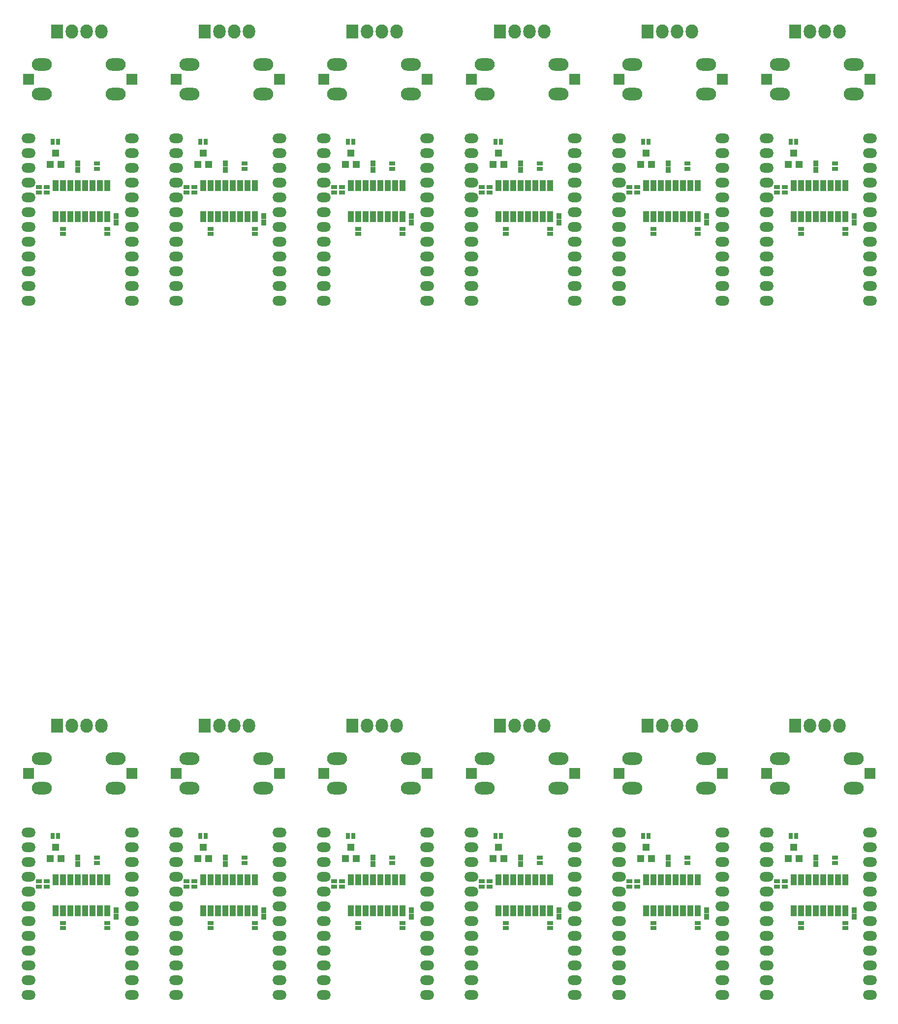
<source format=gbs>
G04 #@! TF.FileFunction,Soldermask,Bot*
%FSLAX46Y46*%
G04 Gerber Fmt 4.6, Leading zero omitted, Abs format (unit mm)*
G04 Created by KiCad (PCBNEW 4.0.1-stable) date 10/3/2016 4:29:35 PM*
%MOMM*%
G01*
G04 APERTURE LIST*
%ADD10C,0.100000*%
%ADD11O,3.448000X2.127200*%
%ADD12R,0.900000X1.000000*%
%ADD13R,1.000000X0.800000*%
%ADD14R,1.000000X1.900000*%
%ADD15R,0.800000X1.000000*%
%ADD16R,1.200100X1.200100*%
%ADD17R,2.127200X2.432000*%
%ADD18O,2.127200X2.432000*%
%ADD19O,2.400000X1.670000*%
%ADD20R,1.900000X1.900000*%
G04 APERTURE END LIST*
D10*
D11*
X129895600Y-26238200D03*
X129895600Y-31318200D03*
X142595600Y-26238200D03*
X142595600Y-31318200D03*
D12*
X136067800Y-44365000D03*
X136067800Y-43265000D03*
D13*
X139319000Y-44163400D03*
X139319000Y-43263400D03*
D14*
X132257800Y-47007800D03*
X133527800Y-47007800D03*
X134797800Y-47007800D03*
X136067800Y-47007800D03*
X137337800Y-47007800D03*
X138607800Y-47007800D03*
X139877800Y-47007800D03*
X141147800Y-47007800D03*
X141147800Y-52407800D03*
X139877800Y-52407800D03*
X138607800Y-52407800D03*
X137337800Y-52407800D03*
X136067800Y-52407800D03*
X134797800Y-52407800D03*
X133527800Y-52407800D03*
X132257800Y-52407800D03*
D13*
X141147800Y-54464800D03*
X141147800Y-55364800D03*
X133553200Y-54464800D03*
X133553200Y-55364800D03*
D15*
X132657000Y-39497000D03*
X131757000Y-39497000D03*
D16*
X133207800Y-43418760D03*
X131307800Y-43418760D03*
X132257800Y-41419780D03*
D17*
X132486400Y-20548600D03*
D18*
X135026400Y-20548600D03*
X137566400Y-20548600D03*
X140106400Y-20548600D03*
D12*
X142621000Y-53382000D03*
X142621000Y-52282000D03*
D13*
X130733800Y-48227400D03*
X130733800Y-47327400D03*
X129336800Y-48227400D03*
X129336800Y-47327400D03*
D19*
X145338800Y-38887400D03*
X127558800Y-38887400D03*
X145338800Y-41427400D03*
X127558800Y-41427400D03*
X145338800Y-43967400D03*
X127558800Y-43967400D03*
X145338800Y-46507400D03*
X127558800Y-46507400D03*
X145338800Y-49047400D03*
X127558800Y-49047400D03*
X145338800Y-51587400D03*
X127558800Y-51587400D03*
X145338800Y-54127400D03*
X127558800Y-54127400D03*
X145338800Y-56667400D03*
X127558800Y-56667400D03*
X145338800Y-59207400D03*
X127558800Y-59207400D03*
X145338800Y-61747400D03*
X127558800Y-61747400D03*
X145338800Y-64287400D03*
X127558800Y-64287400D03*
X145338800Y-66827400D03*
X127558800Y-66827400D03*
D20*
X127558800Y-28727400D03*
X145338800Y-28727400D03*
D11*
X155295600Y-26238200D03*
X155295600Y-31318200D03*
X167995600Y-26238200D03*
X167995600Y-31318200D03*
D12*
X161467800Y-44365000D03*
X161467800Y-43265000D03*
D13*
X164719000Y-44163400D03*
X164719000Y-43263400D03*
D14*
X157657800Y-47007800D03*
X158927800Y-47007800D03*
X160197800Y-47007800D03*
X161467800Y-47007800D03*
X162737800Y-47007800D03*
X164007800Y-47007800D03*
X165277800Y-47007800D03*
X166547800Y-47007800D03*
X166547800Y-52407800D03*
X165277800Y-52407800D03*
X164007800Y-52407800D03*
X162737800Y-52407800D03*
X161467800Y-52407800D03*
X160197800Y-52407800D03*
X158927800Y-52407800D03*
X157657800Y-52407800D03*
D13*
X166547800Y-54464800D03*
X166547800Y-55364800D03*
X158953200Y-54464800D03*
X158953200Y-55364800D03*
D15*
X158057000Y-39497000D03*
X157157000Y-39497000D03*
D16*
X158607800Y-43418760D03*
X156707800Y-43418760D03*
X157657800Y-41419780D03*
D17*
X157886400Y-20548600D03*
D18*
X160426400Y-20548600D03*
X162966400Y-20548600D03*
X165506400Y-20548600D03*
D12*
X168021000Y-53382000D03*
X168021000Y-52282000D03*
D13*
X156133800Y-48227400D03*
X156133800Y-47327400D03*
X154736800Y-48227400D03*
X154736800Y-47327400D03*
D19*
X170738800Y-38887400D03*
X152958800Y-38887400D03*
X170738800Y-41427400D03*
X152958800Y-41427400D03*
X170738800Y-43967400D03*
X152958800Y-43967400D03*
X170738800Y-46507400D03*
X152958800Y-46507400D03*
X170738800Y-49047400D03*
X152958800Y-49047400D03*
X170738800Y-51587400D03*
X152958800Y-51587400D03*
X170738800Y-54127400D03*
X152958800Y-54127400D03*
X170738800Y-56667400D03*
X152958800Y-56667400D03*
X170738800Y-59207400D03*
X152958800Y-59207400D03*
X170738800Y-61747400D03*
X152958800Y-61747400D03*
X170738800Y-64287400D03*
X152958800Y-64287400D03*
X170738800Y-66827400D03*
X152958800Y-66827400D03*
D20*
X152958800Y-28727400D03*
X170738800Y-28727400D03*
X170738800Y-148107400D03*
X152958800Y-148107400D03*
D19*
X170738800Y-158267400D03*
X152958800Y-158267400D03*
X170738800Y-160807400D03*
X152958800Y-160807400D03*
X170738800Y-163347400D03*
X152958800Y-163347400D03*
X170738800Y-165887400D03*
X152958800Y-165887400D03*
X170738800Y-168427400D03*
X152958800Y-168427400D03*
X170738800Y-170967400D03*
X152958800Y-170967400D03*
X170738800Y-173507400D03*
X152958800Y-173507400D03*
X170738800Y-176047400D03*
X152958800Y-176047400D03*
X170738800Y-178587400D03*
X152958800Y-178587400D03*
X170738800Y-181127400D03*
X152958800Y-181127400D03*
X170738800Y-183667400D03*
X152958800Y-183667400D03*
X170738800Y-186207400D03*
X152958800Y-186207400D03*
D13*
X154736800Y-167607400D03*
X154736800Y-166707400D03*
X156133800Y-167607400D03*
X156133800Y-166707400D03*
D12*
X168021000Y-172762000D03*
X168021000Y-171662000D03*
D17*
X157886400Y-139928600D03*
D18*
X160426400Y-139928600D03*
X162966400Y-139928600D03*
X165506400Y-139928600D03*
D16*
X158607800Y-162798760D03*
X156707800Y-162798760D03*
X157657800Y-160799780D03*
D15*
X158057000Y-158877000D03*
X157157000Y-158877000D03*
D13*
X158953200Y-173844800D03*
X158953200Y-174744800D03*
X166547800Y-173844800D03*
X166547800Y-174744800D03*
D14*
X157657800Y-166387800D03*
X158927800Y-166387800D03*
X160197800Y-166387800D03*
X161467800Y-166387800D03*
X162737800Y-166387800D03*
X164007800Y-166387800D03*
X165277800Y-166387800D03*
X166547800Y-166387800D03*
X166547800Y-171787800D03*
X165277800Y-171787800D03*
X164007800Y-171787800D03*
X162737800Y-171787800D03*
X161467800Y-171787800D03*
X160197800Y-171787800D03*
X158927800Y-171787800D03*
X157657800Y-171787800D03*
D13*
X164719000Y-163543400D03*
X164719000Y-162643400D03*
D12*
X161467800Y-163745000D03*
X161467800Y-162645000D03*
D11*
X155295600Y-145618200D03*
X155295600Y-150698200D03*
X167995600Y-145618200D03*
X167995600Y-150698200D03*
D20*
X145338800Y-148107400D03*
X127558800Y-148107400D03*
D19*
X145338800Y-158267400D03*
X127558800Y-158267400D03*
X145338800Y-160807400D03*
X127558800Y-160807400D03*
X145338800Y-163347400D03*
X127558800Y-163347400D03*
X145338800Y-165887400D03*
X127558800Y-165887400D03*
X145338800Y-168427400D03*
X127558800Y-168427400D03*
X145338800Y-170967400D03*
X127558800Y-170967400D03*
X145338800Y-173507400D03*
X127558800Y-173507400D03*
X145338800Y-176047400D03*
X127558800Y-176047400D03*
X145338800Y-178587400D03*
X127558800Y-178587400D03*
X145338800Y-181127400D03*
X127558800Y-181127400D03*
X145338800Y-183667400D03*
X127558800Y-183667400D03*
X145338800Y-186207400D03*
X127558800Y-186207400D03*
D13*
X129336800Y-167607400D03*
X129336800Y-166707400D03*
X130733800Y-167607400D03*
X130733800Y-166707400D03*
D12*
X142621000Y-172762000D03*
X142621000Y-171662000D03*
D17*
X132486400Y-139928600D03*
D18*
X135026400Y-139928600D03*
X137566400Y-139928600D03*
X140106400Y-139928600D03*
D16*
X133207800Y-162798760D03*
X131307800Y-162798760D03*
X132257800Y-160799780D03*
D15*
X132657000Y-158877000D03*
X131757000Y-158877000D03*
D13*
X133553200Y-173844800D03*
X133553200Y-174744800D03*
X141147800Y-173844800D03*
X141147800Y-174744800D03*
D14*
X132257800Y-166387800D03*
X133527800Y-166387800D03*
X134797800Y-166387800D03*
X136067800Y-166387800D03*
X137337800Y-166387800D03*
X138607800Y-166387800D03*
X139877800Y-166387800D03*
X141147800Y-166387800D03*
X141147800Y-171787800D03*
X139877800Y-171787800D03*
X138607800Y-171787800D03*
X137337800Y-171787800D03*
X136067800Y-171787800D03*
X134797800Y-171787800D03*
X133527800Y-171787800D03*
X132257800Y-171787800D03*
D13*
X139319000Y-163543400D03*
X139319000Y-162643400D03*
D12*
X136067800Y-163745000D03*
X136067800Y-162645000D03*
D11*
X129895600Y-145618200D03*
X129895600Y-150698200D03*
X142595600Y-145618200D03*
X142595600Y-150698200D03*
D20*
X43738800Y-148107400D03*
X25958800Y-148107400D03*
D19*
X43738800Y-158267400D03*
X25958800Y-158267400D03*
X43738800Y-160807400D03*
X25958800Y-160807400D03*
X43738800Y-163347400D03*
X25958800Y-163347400D03*
X43738800Y-165887400D03*
X25958800Y-165887400D03*
X43738800Y-168427400D03*
X25958800Y-168427400D03*
X43738800Y-170967400D03*
X25958800Y-170967400D03*
X43738800Y-173507400D03*
X25958800Y-173507400D03*
X43738800Y-176047400D03*
X25958800Y-176047400D03*
X43738800Y-178587400D03*
X25958800Y-178587400D03*
X43738800Y-181127400D03*
X25958800Y-181127400D03*
X43738800Y-183667400D03*
X25958800Y-183667400D03*
X43738800Y-186207400D03*
X25958800Y-186207400D03*
D13*
X27736800Y-167607400D03*
X27736800Y-166707400D03*
X29133800Y-167607400D03*
X29133800Y-166707400D03*
D12*
X41021000Y-172762000D03*
X41021000Y-171662000D03*
D17*
X30886400Y-139928600D03*
D18*
X33426400Y-139928600D03*
X35966400Y-139928600D03*
X38506400Y-139928600D03*
D16*
X31607800Y-162798760D03*
X29707800Y-162798760D03*
X30657800Y-160799780D03*
D15*
X31057000Y-158877000D03*
X30157000Y-158877000D03*
D13*
X31953200Y-173844800D03*
X31953200Y-174744800D03*
X39547800Y-173844800D03*
X39547800Y-174744800D03*
D14*
X30657800Y-166387800D03*
X31927800Y-166387800D03*
X33197800Y-166387800D03*
X34467800Y-166387800D03*
X35737800Y-166387800D03*
X37007800Y-166387800D03*
X38277800Y-166387800D03*
X39547800Y-166387800D03*
X39547800Y-171787800D03*
X38277800Y-171787800D03*
X37007800Y-171787800D03*
X35737800Y-171787800D03*
X34467800Y-171787800D03*
X33197800Y-171787800D03*
X31927800Y-171787800D03*
X30657800Y-171787800D03*
D13*
X37719000Y-163543400D03*
X37719000Y-162643400D03*
D12*
X34467800Y-163745000D03*
X34467800Y-162645000D03*
D11*
X28295600Y-145618200D03*
X28295600Y-150698200D03*
X40995600Y-145618200D03*
X40995600Y-150698200D03*
X53695600Y-145618200D03*
X53695600Y-150698200D03*
X66395600Y-145618200D03*
X66395600Y-150698200D03*
D12*
X59867800Y-163745000D03*
X59867800Y-162645000D03*
D13*
X63119000Y-163543400D03*
X63119000Y-162643400D03*
D14*
X56057800Y-166387800D03*
X57327800Y-166387800D03*
X58597800Y-166387800D03*
X59867800Y-166387800D03*
X61137800Y-166387800D03*
X62407800Y-166387800D03*
X63677800Y-166387800D03*
X64947800Y-166387800D03*
X64947800Y-171787800D03*
X63677800Y-171787800D03*
X62407800Y-171787800D03*
X61137800Y-171787800D03*
X59867800Y-171787800D03*
X58597800Y-171787800D03*
X57327800Y-171787800D03*
X56057800Y-171787800D03*
D13*
X64947800Y-173844800D03*
X64947800Y-174744800D03*
X57353200Y-173844800D03*
X57353200Y-174744800D03*
D15*
X56457000Y-158877000D03*
X55557000Y-158877000D03*
D16*
X57007800Y-162798760D03*
X55107800Y-162798760D03*
X56057800Y-160799780D03*
D17*
X56286400Y-139928600D03*
D18*
X58826400Y-139928600D03*
X61366400Y-139928600D03*
X63906400Y-139928600D03*
D12*
X66421000Y-172762000D03*
X66421000Y-171662000D03*
D13*
X54533800Y-167607400D03*
X54533800Y-166707400D03*
X53136800Y-167607400D03*
X53136800Y-166707400D03*
D19*
X69138800Y-158267400D03*
X51358800Y-158267400D03*
X69138800Y-160807400D03*
X51358800Y-160807400D03*
X69138800Y-163347400D03*
X51358800Y-163347400D03*
X69138800Y-165887400D03*
X51358800Y-165887400D03*
X69138800Y-168427400D03*
X51358800Y-168427400D03*
X69138800Y-170967400D03*
X51358800Y-170967400D03*
X69138800Y-173507400D03*
X51358800Y-173507400D03*
X69138800Y-176047400D03*
X51358800Y-176047400D03*
X69138800Y-178587400D03*
X51358800Y-178587400D03*
X69138800Y-181127400D03*
X51358800Y-181127400D03*
X69138800Y-183667400D03*
X51358800Y-183667400D03*
X69138800Y-186207400D03*
X51358800Y-186207400D03*
D20*
X51358800Y-148107400D03*
X69138800Y-148107400D03*
X119938800Y-148107400D03*
X102158800Y-148107400D03*
D19*
X119938800Y-158267400D03*
X102158800Y-158267400D03*
X119938800Y-160807400D03*
X102158800Y-160807400D03*
X119938800Y-163347400D03*
X102158800Y-163347400D03*
X119938800Y-165887400D03*
X102158800Y-165887400D03*
X119938800Y-168427400D03*
X102158800Y-168427400D03*
X119938800Y-170967400D03*
X102158800Y-170967400D03*
X119938800Y-173507400D03*
X102158800Y-173507400D03*
X119938800Y-176047400D03*
X102158800Y-176047400D03*
X119938800Y-178587400D03*
X102158800Y-178587400D03*
X119938800Y-181127400D03*
X102158800Y-181127400D03*
X119938800Y-183667400D03*
X102158800Y-183667400D03*
X119938800Y-186207400D03*
X102158800Y-186207400D03*
D13*
X103936800Y-167607400D03*
X103936800Y-166707400D03*
X105333800Y-167607400D03*
X105333800Y-166707400D03*
D12*
X117221000Y-172762000D03*
X117221000Y-171662000D03*
D17*
X107086400Y-139928600D03*
D18*
X109626400Y-139928600D03*
X112166400Y-139928600D03*
X114706400Y-139928600D03*
D16*
X107807800Y-162798760D03*
X105907800Y-162798760D03*
X106857800Y-160799780D03*
D15*
X107257000Y-158877000D03*
X106357000Y-158877000D03*
D13*
X108153200Y-173844800D03*
X108153200Y-174744800D03*
X115747800Y-173844800D03*
X115747800Y-174744800D03*
D14*
X106857800Y-166387800D03*
X108127800Y-166387800D03*
X109397800Y-166387800D03*
X110667800Y-166387800D03*
X111937800Y-166387800D03*
X113207800Y-166387800D03*
X114477800Y-166387800D03*
X115747800Y-166387800D03*
X115747800Y-171787800D03*
X114477800Y-171787800D03*
X113207800Y-171787800D03*
X111937800Y-171787800D03*
X110667800Y-171787800D03*
X109397800Y-171787800D03*
X108127800Y-171787800D03*
X106857800Y-171787800D03*
D13*
X113919000Y-163543400D03*
X113919000Y-162643400D03*
D12*
X110667800Y-163745000D03*
X110667800Y-162645000D03*
D11*
X104495600Y-145618200D03*
X104495600Y-150698200D03*
X117195600Y-145618200D03*
X117195600Y-150698200D03*
X79095600Y-145618200D03*
X79095600Y-150698200D03*
X91795600Y-145618200D03*
X91795600Y-150698200D03*
D12*
X85267800Y-163745000D03*
X85267800Y-162645000D03*
D13*
X88519000Y-163543400D03*
X88519000Y-162643400D03*
D14*
X81457800Y-166387800D03*
X82727800Y-166387800D03*
X83997800Y-166387800D03*
X85267800Y-166387800D03*
X86537800Y-166387800D03*
X87807800Y-166387800D03*
X89077800Y-166387800D03*
X90347800Y-166387800D03*
X90347800Y-171787800D03*
X89077800Y-171787800D03*
X87807800Y-171787800D03*
X86537800Y-171787800D03*
X85267800Y-171787800D03*
X83997800Y-171787800D03*
X82727800Y-171787800D03*
X81457800Y-171787800D03*
D13*
X90347800Y-173844800D03*
X90347800Y-174744800D03*
X82753200Y-173844800D03*
X82753200Y-174744800D03*
D15*
X81857000Y-158877000D03*
X80957000Y-158877000D03*
D16*
X82407800Y-162798760D03*
X80507800Y-162798760D03*
X81457800Y-160799780D03*
D17*
X81686400Y-139928600D03*
D18*
X84226400Y-139928600D03*
X86766400Y-139928600D03*
X89306400Y-139928600D03*
D12*
X91821000Y-172762000D03*
X91821000Y-171662000D03*
D13*
X79933800Y-167607400D03*
X79933800Y-166707400D03*
X78536800Y-167607400D03*
X78536800Y-166707400D03*
D19*
X94538800Y-158267400D03*
X76758800Y-158267400D03*
X94538800Y-160807400D03*
X76758800Y-160807400D03*
X94538800Y-163347400D03*
X76758800Y-163347400D03*
X94538800Y-165887400D03*
X76758800Y-165887400D03*
X94538800Y-168427400D03*
X76758800Y-168427400D03*
X94538800Y-170967400D03*
X76758800Y-170967400D03*
X94538800Y-173507400D03*
X76758800Y-173507400D03*
X94538800Y-176047400D03*
X76758800Y-176047400D03*
X94538800Y-178587400D03*
X76758800Y-178587400D03*
X94538800Y-181127400D03*
X76758800Y-181127400D03*
X94538800Y-183667400D03*
X76758800Y-183667400D03*
X94538800Y-186207400D03*
X76758800Y-186207400D03*
D20*
X76758800Y-148107400D03*
X94538800Y-148107400D03*
X94538800Y-28727400D03*
X76758800Y-28727400D03*
D19*
X94538800Y-38887400D03*
X76758800Y-38887400D03*
X94538800Y-41427400D03*
X76758800Y-41427400D03*
X94538800Y-43967400D03*
X76758800Y-43967400D03*
X94538800Y-46507400D03*
X76758800Y-46507400D03*
X94538800Y-49047400D03*
X76758800Y-49047400D03*
X94538800Y-51587400D03*
X76758800Y-51587400D03*
X94538800Y-54127400D03*
X76758800Y-54127400D03*
X94538800Y-56667400D03*
X76758800Y-56667400D03*
X94538800Y-59207400D03*
X76758800Y-59207400D03*
X94538800Y-61747400D03*
X76758800Y-61747400D03*
X94538800Y-64287400D03*
X76758800Y-64287400D03*
X94538800Y-66827400D03*
X76758800Y-66827400D03*
D13*
X78536800Y-48227400D03*
X78536800Y-47327400D03*
X79933800Y-48227400D03*
X79933800Y-47327400D03*
D12*
X91821000Y-53382000D03*
X91821000Y-52282000D03*
D17*
X81686400Y-20548600D03*
D18*
X84226400Y-20548600D03*
X86766400Y-20548600D03*
X89306400Y-20548600D03*
D16*
X82407800Y-43418760D03*
X80507800Y-43418760D03*
X81457800Y-41419780D03*
D15*
X81857000Y-39497000D03*
X80957000Y-39497000D03*
D13*
X82753200Y-54464800D03*
X82753200Y-55364800D03*
X90347800Y-54464800D03*
X90347800Y-55364800D03*
D14*
X81457800Y-47007800D03*
X82727800Y-47007800D03*
X83997800Y-47007800D03*
X85267800Y-47007800D03*
X86537800Y-47007800D03*
X87807800Y-47007800D03*
X89077800Y-47007800D03*
X90347800Y-47007800D03*
X90347800Y-52407800D03*
X89077800Y-52407800D03*
X87807800Y-52407800D03*
X86537800Y-52407800D03*
X85267800Y-52407800D03*
X83997800Y-52407800D03*
X82727800Y-52407800D03*
X81457800Y-52407800D03*
D13*
X88519000Y-44163400D03*
X88519000Y-43263400D03*
D12*
X85267800Y-44365000D03*
X85267800Y-43265000D03*
D11*
X79095600Y-26238200D03*
X79095600Y-31318200D03*
X91795600Y-26238200D03*
X91795600Y-31318200D03*
X104495600Y-26238200D03*
X104495600Y-31318200D03*
X117195600Y-26238200D03*
X117195600Y-31318200D03*
D12*
X110667800Y-44365000D03*
X110667800Y-43265000D03*
D13*
X113919000Y-44163400D03*
X113919000Y-43263400D03*
D14*
X106857800Y-47007800D03*
X108127800Y-47007800D03*
X109397800Y-47007800D03*
X110667800Y-47007800D03*
X111937800Y-47007800D03*
X113207800Y-47007800D03*
X114477800Y-47007800D03*
X115747800Y-47007800D03*
X115747800Y-52407800D03*
X114477800Y-52407800D03*
X113207800Y-52407800D03*
X111937800Y-52407800D03*
X110667800Y-52407800D03*
X109397800Y-52407800D03*
X108127800Y-52407800D03*
X106857800Y-52407800D03*
D13*
X115747800Y-54464800D03*
X115747800Y-55364800D03*
X108153200Y-54464800D03*
X108153200Y-55364800D03*
D15*
X107257000Y-39497000D03*
X106357000Y-39497000D03*
D16*
X107807800Y-43418760D03*
X105907800Y-43418760D03*
X106857800Y-41419780D03*
D17*
X107086400Y-20548600D03*
D18*
X109626400Y-20548600D03*
X112166400Y-20548600D03*
X114706400Y-20548600D03*
D12*
X117221000Y-53382000D03*
X117221000Y-52282000D03*
D13*
X105333800Y-48227400D03*
X105333800Y-47327400D03*
X103936800Y-48227400D03*
X103936800Y-47327400D03*
D19*
X119938800Y-38887400D03*
X102158800Y-38887400D03*
X119938800Y-41427400D03*
X102158800Y-41427400D03*
X119938800Y-43967400D03*
X102158800Y-43967400D03*
X119938800Y-46507400D03*
X102158800Y-46507400D03*
X119938800Y-49047400D03*
X102158800Y-49047400D03*
X119938800Y-51587400D03*
X102158800Y-51587400D03*
X119938800Y-54127400D03*
X102158800Y-54127400D03*
X119938800Y-56667400D03*
X102158800Y-56667400D03*
X119938800Y-59207400D03*
X102158800Y-59207400D03*
X119938800Y-61747400D03*
X102158800Y-61747400D03*
X119938800Y-64287400D03*
X102158800Y-64287400D03*
X119938800Y-66827400D03*
X102158800Y-66827400D03*
D20*
X102158800Y-28727400D03*
X119938800Y-28727400D03*
X69138800Y-28727400D03*
X51358800Y-28727400D03*
D19*
X69138800Y-38887400D03*
X51358800Y-38887400D03*
X69138800Y-41427400D03*
X51358800Y-41427400D03*
X69138800Y-43967400D03*
X51358800Y-43967400D03*
X69138800Y-46507400D03*
X51358800Y-46507400D03*
X69138800Y-49047400D03*
X51358800Y-49047400D03*
X69138800Y-51587400D03*
X51358800Y-51587400D03*
X69138800Y-54127400D03*
X51358800Y-54127400D03*
X69138800Y-56667400D03*
X51358800Y-56667400D03*
X69138800Y-59207400D03*
X51358800Y-59207400D03*
X69138800Y-61747400D03*
X51358800Y-61747400D03*
X69138800Y-64287400D03*
X51358800Y-64287400D03*
X69138800Y-66827400D03*
X51358800Y-66827400D03*
D13*
X53136800Y-48227400D03*
X53136800Y-47327400D03*
X54533800Y-48227400D03*
X54533800Y-47327400D03*
D12*
X66421000Y-53382000D03*
X66421000Y-52282000D03*
D17*
X56286400Y-20548600D03*
D18*
X58826400Y-20548600D03*
X61366400Y-20548600D03*
X63906400Y-20548600D03*
D16*
X57007800Y-43418760D03*
X55107800Y-43418760D03*
X56057800Y-41419780D03*
D15*
X56457000Y-39497000D03*
X55557000Y-39497000D03*
D13*
X57353200Y-54464800D03*
X57353200Y-55364800D03*
X64947800Y-54464800D03*
X64947800Y-55364800D03*
D14*
X56057800Y-47007800D03*
X57327800Y-47007800D03*
X58597800Y-47007800D03*
X59867800Y-47007800D03*
X61137800Y-47007800D03*
X62407800Y-47007800D03*
X63677800Y-47007800D03*
X64947800Y-47007800D03*
X64947800Y-52407800D03*
X63677800Y-52407800D03*
X62407800Y-52407800D03*
X61137800Y-52407800D03*
X59867800Y-52407800D03*
X58597800Y-52407800D03*
X57327800Y-52407800D03*
X56057800Y-52407800D03*
D13*
X63119000Y-44163400D03*
X63119000Y-43263400D03*
D12*
X59867800Y-44365000D03*
X59867800Y-43265000D03*
D11*
X53695600Y-26238200D03*
X53695600Y-31318200D03*
X66395600Y-26238200D03*
X66395600Y-31318200D03*
X28295600Y-26238200D03*
X28295600Y-31318200D03*
X40995600Y-26238200D03*
X40995600Y-31318200D03*
D12*
X34467800Y-44365000D03*
X34467800Y-43265000D03*
D13*
X37719000Y-44163400D03*
X37719000Y-43263400D03*
D14*
X30657800Y-47007800D03*
X31927800Y-47007800D03*
X33197800Y-47007800D03*
X34467800Y-47007800D03*
X35737800Y-47007800D03*
X37007800Y-47007800D03*
X38277800Y-47007800D03*
X39547800Y-47007800D03*
X39547800Y-52407800D03*
X38277800Y-52407800D03*
X37007800Y-52407800D03*
X35737800Y-52407800D03*
X34467800Y-52407800D03*
X33197800Y-52407800D03*
X31927800Y-52407800D03*
X30657800Y-52407800D03*
D13*
X39547800Y-54464800D03*
X39547800Y-55364800D03*
X31953200Y-54464800D03*
X31953200Y-55364800D03*
D15*
X31057000Y-39497000D03*
X30157000Y-39497000D03*
D16*
X31607800Y-43418760D03*
X29707800Y-43418760D03*
X30657800Y-41419780D03*
D17*
X30886400Y-20548600D03*
D18*
X33426400Y-20548600D03*
X35966400Y-20548600D03*
X38506400Y-20548600D03*
D12*
X41021000Y-53382000D03*
X41021000Y-52282000D03*
D13*
X29133800Y-48227400D03*
X29133800Y-47327400D03*
X27736800Y-48227400D03*
X27736800Y-47327400D03*
D19*
X43738800Y-38887400D03*
X25958800Y-38887400D03*
X43738800Y-41427400D03*
X25958800Y-41427400D03*
X43738800Y-43967400D03*
X25958800Y-43967400D03*
X43738800Y-46507400D03*
X25958800Y-46507400D03*
X43738800Y-49047400D03*
X25958800Y-49047400D03*
X43738800Y-51587400D03*
X25958800Y-51587400D03*
X43738800Y-54127400D03*
X25958800Y-54127400D03*
X43738800Y-56667400D03*
X25958800Y-56667400D03*
X43738800Y-59207400D03*
X25958800Y-59207400D03*
X43738800Y-61747400D03*
X25958800Y-61747400D03*
X43738800Y-64287400D03*
X25958800Y-64287400D03*
X43738800Y-66827400D03*
X25958800Y-66827400D03*
D20*
X25958800Y-28727400D03*
X43738800Y-28727400D03*
M02*

</source>
